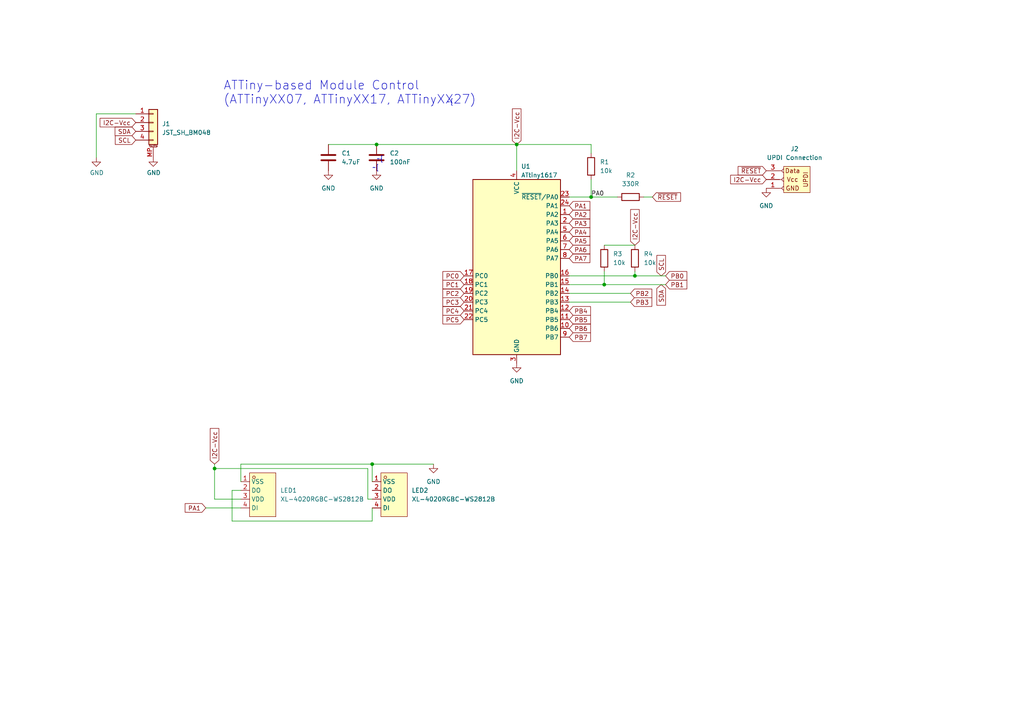
<source format=kicad_sch>
(kicad_sch (version 20211123) (generator eeschema)
  (paper "A4")
  (lib_symbols
    (symbol "Connector_QWIIC_Stackable:QWIIC_Stackable" (pin_names (offset 1.016) hide)
      (property "Reference" "J" (at 0 5.08 0))
      (property "Value" "QWIIC_Stackable" (at 1.27 -7.62 0))
      (symbol "QWIIC_Stackable_1_1"
        (rectangle (start -1.27 -4.953) (end 0 -5.207) (stroke (width 0.1524)))
        (rectangle (start -1.27 -2.413) (end 0 -2.667) (stroke (width 0.1524)))
        (rectangle (start -1.27 0.127) (end 0 -0.127) (stroke (width 0.1524)))
        (rectangle (start -1.27 2.667) (end 0 2.413) (stroke (width 0.1524)))
        (rectangle (start -1.27 3.81) (end 1.27 -6.35) (stroke (width 0.254)) (fill (type background)))
        (polyline (pts (xy -1.016 -7.112) (xy 1.016 -7.112)) (stroke (width 0.1524)))
        (text "Mounting" (at 0 -6.731 0) (effects (font (size 0.381 0.381))))
        (pin passive line (at -5.08 2.54 0) (length 3.81) (name "Pin_1") (number "1"))
        (pin passive line (at -5.08 0 0) (length 3.81) (name "Pin_2") (number "2"))
        (pin passive line (at -5.08 -2.54 0) (length 3.81) (name "Pin_3") (number "3"))
        (pin passive line (at -5.08 -5.08 0) (length 3.81) (name "Pin_4") (number "4"))
        (pin passive line (at 0 -10.16 90) (length 3.048) (name "MountPin") (number "MP"))
      )
    )
    (symbol "Device:C" (pin_numbers hide) (pin_names (offset 0.254))
      (property "Reference" "C" (at 0.635 2.54 0))
      (property "Value" "C" (at 0.635 -2.54 0))
      (symbol "C_0_1"
        (polyline (pts (xy -2.032 -0.762) (xy 2.032 -0.762)) (stroke (width 0.508)))
        (polyline (pts (xy -2.032 0.762) (xy 2.032 0.762)) (stroke (width 0.508)))
      )
      (symbol "C_1_1"
        (pin passive line (at 0 3.81 270) (length 2.794) (name "~") (number "1"))
        (pin passive line (at 0 -3.81 90) (length 2.794) (name "~") (number "2"))
      )
    )
    (symbol "Device:R" (pin_numbers hide) (pin_names (offset 0))
      (property "Reference" "R" (at 2.032 0 90))
      (property "Value" "R" (at 0 0 90))
      (symbol "R_0_1"
        (rectangle (start -1.016 -2.54) (end 1.016 2.54) (stroke (width 0.254)))
      )
      (symbol "R_1_1"
        (pin passive line (at 0 3.81 270) (length 1.27) (name "~") (number "1"))
        (pin passive line (at 0 -3.81 90) (length 1.27) (name "~") (number "2"))
      )
    )
    (symbol "MCU_Microchip_ATtiny:ATtiny817-M"
      (property "Reference" "U" (at -12.7 26.67 0))
      (property "Value" "ATtiny817-M" (at 2.54 -26.67 0))
      (symbol "ATtiny817-M_0_1"
        (rectangle (start -12.7 -25.4) (end 12.7 25.4) (stroke (width 0.254)) (fill (type background)))
      )
      (symbol "ATtiny817-M_1_1"
        (pin bidirectional line (at 15.24 15.24 180) (length 2.54) (name "PA2") (number "1"))
        (pin bidirectional line (at 15.24 -17.78 180) (length 2.54) (name "PB6") (number "10"))
        (pin bidirectional line (at 15.24 -15.24 180) (length 2.54) (name "PB5") (number "11"))
        (pin bidirectional line (at 15.24 -12.7 180) (length 2.54) (name "PB4") (number "12"))
        (pin bidirectional line (at 15.24 -10.16 180) (length 2.54) (name "PB3") (number "13"))
        (pin bidirectional line (at 15.24 -7.62 180) (length 2.54) (name "PB2") (number "14"))
        (pin bidirectional line (at 15.24 -5.08 180) (length 2.54) (name "PB1") (number "15"))
        (pin bidirectional line (at 15.24 -2.54 180) (length 2.54) (name "PB0") (number "16"))
        (pin bidirectional line (at -15.24 -2.54 0) (length 2.54) (name "PC0") (number "17"))
        (pin bidirectional line (at -15.24 -5.08 0) (length 2.54) (name "PC1") (number "18"))
        (pin bidirectional line (at -15.24 -7.62 0) (length 2.54) (name "PC2") (number "19"))
        (pin bidirectional line (at 15.24 12.7 180) (length 2.54) (name "PA3") (number "2"))
        (pin bidirectional line (at -15.24 -10.16 0) (length 2.54) (name "PC3") (number "20"))
        (pin bidirectional line (at -15.24 -12.7 0) (length 2.54) (name "PC4") (number "21"))
        (pin bidirectional line (at -15.24 -15.24 0) (length 2.54) (name "PC5") (number "22"))
        (pin bidirectional line (at 15.24 20.32 180) (length 2.54) (name "~{RESET}/PA0") (number "23"))
        (pin bidirectional line (at 15.24 17.78 180) (length 2.54) (name "PA1") (number "24"))
        (pin passive line (at 0 -27.94 90) (length 2.54) hide (name "GND") (number "25"))
        (pin power_in line (at 0 -27.94 90) (length 2.54) (name "GND") (number "3"))
        (pin power_in line (at 0 27.94 270) (length 2.54) (name "VCC") (number "4"))
        (pin bidirectional line (at 15.24 10.16 180) (length 2.54) (name "PA4") (number "5"))
        (pin bidirectional line (at 15.24 7.62 180) (length 2.54) (name "PA5") (number "6"))
        (pin bidirectional line (at 15.24 5.08 180) (length 2.54) (name "PA6") (number "7"))
        (pin bidirectional line (at 15.24 2.54 180) (length 2.54) (name "PA7") (number "8"))
        (pin bidirectional line (at 15.24 -20.32 180) (length 2.54) (name "PB7") (number "9"))
      )
    )
    (symbol "New_Library:XL-4020RGBC-WS2812B"
      (property "Reference" "LED" (at 0 8.89 0))
      (property "Value" "XL-4020RGBC-WS2812B" (at 0 -8.89 0))
      (symbol "XL-4020RGBC-WS2812B_0_1"
        (rectangle (start -3.81 6.35) (end 3.81 -6.35) (fill (type background)))
        (circle (center -2.54 5.08) (radius 0.38))
        (pin unspecified line (at -6.35 3.81 0) (length 2.54) (name "VSS") (number "1"))
        (pin unspecified line (at -6.35 1.27 0) (length 2.54) (name "DO") (number "2"))
        (pin unspecified line (at -6.35 -1.27 0) (length 2.54) (name "VDD") (number "3"))
        (pin unspecified line (at -6.35 -3.81 0) (length 2.54) (name "DI") (number "4"))
      )
    )
    (symbol "power:GND" (power) (pin_names (offset 0))
      (property "Value" "GND" (at 0 -3.81 0))
      (symbol "GND_0_1"
        (polyline (pts (xy 0 0) (xy 0 -1.27) (xy 1.27 -1.27) (xy 0 -2.54) (xy -1.27 -1.27) (xy 0 -1.27)))
      )
      (symbol "GND_1_1"
        (pin power_in line (at 0 0 270) (length 0) hide (name "GND") (number "1"))
      )
    )
    (symbol "tinker:UPDI Connection" (pin_names (offset 1.016) hide)
      (property "Reference" "J" (at 0 5.08 0))
      (property "Value" "UPDI Connection" (at 0 -5.08 0))
      (symbol "UPDI Connection_0_0"
        (text "Data" (at 2.54 -2.54 0) (effects (font (size 1.27 1.27))))
        (text "GND" (at 2.54 2.54 0) (effects (font (size 1.27 1.27))))
        (text "UPDI" (at 6.35 0 900) (effects (font (size 1.27 1.27))))
        (text "Vcc" (at 2.54 0 0) (effects (font (size 1.27 1.27))))
      )
      (symbol "UPDI Connection_0_1"
        (rectangle (start 7.62 3.81) (end 0 -3.81) (fill (type background)))
      )
      (symbol "UPDI Connection_1_1"
        (arc (start 0 -2.032) (mid -0.508 -2.54) (end 0 -3.048) (stroke (width 0.1524)))
        (polyline (pts (xy -1.27 -2.54) (xy -0.508 -2.54)) (stroke (width 0.1524)))
        (polyline (pts (xy -1.27 0) (xy -0.508 0)) (stroke (width 0.1524)))
        (polyline (pts (xy -1.27 2.54) (xy -0.508 2.54)) (stroke (width 0.1524)))
        (arc (start 0 0.508) (mid -0.508 0) (end 0 -0.508) (stroke (width 0.1524)))
        (arc (start 0 3.048) (mid -0.508 2.54) (end 0 2.032) (stroke (width 0.1524)))
        (pin power_in line (at -5.08 2.54 0) (length 3.81) (name "Pin_1") (number "1"))
        (pin power_in line (at -5.08 0 0) (length 3.81) (name "Pin_2") (number "2"))
        (pin bidirectional line (at -5.08 -2.54 0) (length 3.81) (name "Pin_3") (number "3"))
      )
    )
  )
  (junction (at 184.15 80.01))
  (junction (at 62.23 135.89))
  (junction (at 171.45 57.15))
  (junction (at 175.26 82.55))
  (junction (at 107.95 134.62))
  (junction (at 109.22 41.91))
  (junction (at 149.86 41.91))
  (wire (pts (xy 62.23 144.78) (xy 62.23 135.89)))
  (wire (pts (xy 171.45 52.07) (xy 171.45 57.15)))
  (wire (pts (xy 107.95 151.13) (xy 107.95 147.32)))
  (wire (pts (xy 186.69 57.15) (xy 189.23 57.15)))
  (wire (pts (xy 69.85 134.62) (xy 69.85 139.7)))
  (wire (pts (xy 95.25 41.91) (xy 109.22 41.91)))
  (wire (pts (xy 193.04 82.55) (xy 175.26 82.55)))
  (wire (pts (xy 107.95 139.7) (xy 107.95 134.62)))
  (wire (pts (xy 175.26 71.12) (xy 184.15 71.12)))
  (wire (pts (xy 59.69 147.32) (xy 69.85 147.32)))
  (wire (pts (xy 175.26 78.74) (xy 175.26 82.55)))
  (wire (pts (xy 171.45 57.15) (xy 179.07 57.15)))
  (wire (pts (xy 107.95 144.78) (xy 106.68 144.78)))
  (wire (pts (xy 69.85 134.62) (xy 107.95 134.62)))
  (wire (pts (xy 106.68 144.78) (xy 106.68 135.89)))
  (wire (pts (xy 184.15 78.74) (xy 184.15 80.01)))
  (wire (pts (xy 149.86 41.91) (xy 171.45 41.91)))
  (wire (pts (xy 67.31 142.24) (xy 67.31 151.13)))
  (wire (pts (xy 184.15 80.01) (xy 165.1 80.01)))
  (wire (pts (xy 109.22 41.91) (xy 149.86 41.91)))
  (wire (pts (xy 107.95 134.62) (xy 125.73 134.62)))
  (wire (pts (xy 165.1 57.15) (xy 171.45 57.15)))
  (wire (pts (xy 27.94 33.02) (xy 39.37 33.02)))
  (wire (pts (xy 69.85 142.24) (xy 67.31 142.24)))
  (wire (pts (xy 175.26 82.55) (xy 165.1 82.55)))
  (wire (pts (xy 62.23 135.89) (xy 106.68 135.89)))
  (wire (pts (xy 193.04 80.01) (xy 184.15 80.01)))
  (wire (pts (xy 67.31 151.13) (xy 107.95 151.13)))
  (wire (pts (xy 62.23 135.89) (xy 62.23 134.62)))
  (wire (pts (xy 165.1 85.09) (xy 182.88 85.09)))
  (wire (pts (xy 149.86 41.91) (xy 149.86 49.53)))
  (wire (pts (xy 165.1 87.63) (xy 182.88 87.63)))
  (wire (pts (xy 171.45 41.91) (xy 171.45 44.45)))
  (wire (pts (xy 27.94 45.72) (xy 27.94 33.02)))
  (wire (pts (xy 69.85 144.78) (xy 62.23 144.78)))
  (text "~{" (at 129.54 30.48 0) (effects (font (size 1.27 1.27)) (justify left bottom)))
  (text "~{" (at 109.22 46.99 0) (effects (font (size 1.27 1.27)) (justify left bottom)))
  (text "ATTiny-based Module Control\n(ATTinyXX07, ATTinyXX17, ATTinyXX27)" (at 64.77 30.48 0) (effects (font (size 2.54 2.54)) (justify left bottom)))
  (text "~{" (at 107.95 49.53 0) (effects (font (size 1.27 1.27)) (justify left bottom)))
  (label "PA0" (at 171.45 57.15 0))
  (global_label "PC4" (shape input) (at 134.62 90.17 180) (property "Intersheet References" "${INTERSHEET_REFS}" (effects hide)))
  (global_label "~{RESET}" (shape input) (at 222.25 49.53 180) (property "Intersheet References" "${INTERSHEET_REFS}" (effects hide)))
  (global_label "PA2" (shape input) (at 165.1 62.23 0) (property "Intersheet References" "${INTERSHEET_REFS}" (effects hide)))
  (global_label "PA1" (shape input) (at 165.1 59.69 0) (property "Intersheet References" "${INTERSHEET_REFS}" (effects hide)))
  (global_label "PA6" (shape input) (at 165.1 72.39 0) (property "Intersheet References" "${INTERSHEET_REFS}" (effects hide)))
  (global_label "PA5" (shape input) (at 165.1 69.85 0) (property "Intersheet References" "${INTERSHEET_REFS}" (effects hide)))
  (global_label "PB1" (shape input) (at 193.04 82.55 0) (property "Intersheet References" "${INTERSHEET_REFS}" (effects hide)))
  (global_label "PA3" (shape input) (at 165.1 64.77 0) (property "Intersheet References" "${INTERSHEET_REFS}" (effects hide)))
  (global_label "SDA" (shape input) (at 39.37 38.1 180) (property "Intersheet References" "${INTERSHEET_REFS}" (effects hide)))
  (global_label "PA4" (shape input) (at 165.1 67.31 0) (property "Intersheet References" "${INTERSHEET_REFS}" (effects hide)))
  (global_label "PC0" (shape input) (at 134.62 80.01 180) (property "Intersheet References" "${INTERSHEET_REFS}" (effects hide)))
  (global_label "I2C-Vcc" (shape input) (at 149.86 41.91 90) (property "Intersheet References" "${INTERSHEET_REFS}" (effects hide)))
  (global_label "I2C-Vcc" (shape input) (at 39.37 35.56 180) (property "Intersheet References" "${INTERSHEET_REFS}" (effects hide)))
  (global_label "PB4" (shape input) (at 165.1 90.17 0) (property "Intersheet References" "${INTERSHEET_REFS}" (effects hide)))
  (global_label "PB5" (shape input) (at 165.1 92.71 0) (property "Intersheet References" "${INTERSHEET_REFS}" (effects hide)))
  (global_label "SCL" (shape input) (at 191.77 80.01 90) (property "Intersheet References" "${INTERSHEET_REFS}" (effects hide)))
  (global_label "PB2" (shape input) (at 182.88 85.09 0) (property "Intersheet References" "${INTERSHEET_REFS}" (effects hide)))
  (global_label "PB0" (shape input) (at 193.04 80.01 0) (property "Intersheet References" "${INTERSHEET_REFS}" (effects hide)))
  (global_label "PB3" (shape input) (at 182.88 87.63 0) (property "Intersheet References" "${INTERSHEET_REFS}" (effects hide)))
  (global_label "PB6" (shape input) (at 165.1 95.25 0) (property "Intersheet References" "${INTERSHEET_REFS}" (effects hide)))
  (global_label "PA1" (shape input) (at 59.69 147.32 180) (property "Intersheet References" "${INTERSHEET_REFS}" (effects hide)))
  (global_label "PC5" (shape input) (at 134.62 92.71 180) (property "Intersheet References" "${INTERSHEET_REFS}" (effects hide)))
  (global_label "SDA" (shape input) (at 191.77 82.55 270) (property "Intersheet References" "${INTERSHEET_REFS}" (effects hide)))
  (global_label "PC1" (shape input) (at 134.62 82.55 180) (property "Intersheet References" "${INTERSHEET_REFS}" (effects hide)))
  (global_label "PC2" (shape input) (at 134.62 85.09 180) (property "Intersheet References" "${INTERSHEET_REFS}" (effects hide)))
  (global_label "PA7" (shape input) (at 165.1 74.93 0) (property "Intersheet References" "${INTERSHEET_REFS}" (effects hide)))
  (global_label "I2C-Vcc" (shape input) (at 222.25 52.07 180) (property "Intersheet References" "${INTERSHEET_REFS}" (effects hide)))
  (global_label "I2C-Vcc" (shape input) (at 184.15 71.12 90) (property "Intersheet References" "${INTERSHEET_REFS}" (effects hide)))
  (global_label "PB7" (shape input) (at 165.1 97.79 0) (property "Intersheet References" "${INTERSHEET_REFS}" (effects hide)))
  (global_label "PC3" (shape input) (at 134.62 87.63 180) (property "Intersheet References" "${INTERSHEET_REFS}" (effects hide)))
  (global_label "~{RESET}" (shape input) (at 189.23 57.15 0) (property "Intersheet References" "${INTERSHEET_REFS}" (effects hide)))
  (global_label "SCL" (shape input) (at 39.37 40.64 180) (property "Intersheet References" "${INTERSHEET_REFS}" (effects hide)))
  (global_label "I2C-Vcc" (shape input) (at 62.23 134.62 90) (property "Intersheet References" "${INTERSHEET_REFS}" (effects hide)))
  (symbol (lib_id "Device:C") (at 109.22 45.72 0) (unit 1)
    (property "Reference" "C2" (at 113.03 44.4499 0) (effects (justify left)))
    (property "Value" "100nF" (at 113.03 46.9899 0) (effects (justify left)))
    (property "Footprint" "Capacitor_SMD:C_0603_1608Metric" (effects hide))
    (property "LCSC" "C14663" (effects hide))
  )
  (symbol (lib_id "power:GND") (at 44.45 45.72 0) (unit 1)
    (property "Reference" "#PWR0101" (effects hide))
    (property "Value" "GND" (at 44.577 50.1142 0))
  )
  (symbol (lib_id "Device:C") (at 95.25 45.72 0) (unit 1)
    (property "Reference" "C1" (at 99.06 44.4499 0) (effects (justify left)))
    (property "Value" "4.7uF" (at 99.06 46.9899 0) (effects (justify left)))
    (property "Footprint" "Capacitor_SMD:C_0805_2012Metric" (effects hide))
    (property "LCSC" "C107153" (effects hide))
  )
  (symbol (lib_id "New_Library:XL-4020RGBC-WS2812B") (at 76.2 143.51 0) (unit 1)
    (property "Reference" "LED1" (at 81.28 142.2399 0) (effects (justify left)))
    (property "Value" "XL-4020RGBC-WS2812B" (at 81.28 144.7799 0) (effects (justify left)))
    (property "Footprint" "tinker:LED-SMD_4P-L4.0-W1.7_XL-4020RGBC-WS2812B" (effects hide))
    (property "LCSC Part" "C3647024" (effects hide))
  )
  (symbol (lib_id "MCU_Microchip_ATtiny:ATtiny817-M") (at 149.86 77.47 0) (unit 1)
    (property "Reference" "U1" (at 151.13 48.26 0) (effects (justify left)))
    (property "Value" "ATtiny1617" (at 151.13 50.8 0) (effects (justify left)))
    (property "Footprint" "Package_DFN_QFN:QFN-24-1EP_4x4mm_P0.5mm_EP2.6x2.6mm" (effects hide))
    (property "Datasheet" "http://ww1.microchip.com/downloads/en/DeviceDoc/40001901B.pdf" (effects hide))
    (property "LCSC" "C1340514" (effects hide))
  )
  (symbol (lib_id "New_Library:XL-4020RGBC-WS2812B") (at 114.3 143.51 0) (unit 1)
    (property "Reference" "LED2" (at 119.38 142.2399 0) (effects (justify left)))
    (property "Value" "XL-4020RGBC-WS2812B" (at 119.38 144.7799 0) (effects (justify left)))
    (property "Footprint" "tinker:LED-SMD_4P-L4.0-W1.7_XL-4020RGBC-WS2812B" (effects hide))
    (property "LCSC Part" "C3647024" (effects hide))
  )
  (symbol (lib_id "Device:R") (at 171.45 48.26 0) (unit 1)
    (property "Reference" "R1" (at 173.99 46.9899 0) (effects (justify left)))
    (property "Value" "10k" (at 173.99 49.5299 0) (effects (justify left)))
    (property "Footprint" "Resistor_SMD:R_0603_1608Metric" (effects hide))
    (property "LCSC" "C25804" (effects hide))
  )
  (symbol (lib_id "power:GND") (at 27.94 45.72 0) (unit 1)
    (property "Reference" "#PWR0102" (effects hide))
    (property "Value" "GND" (at 28.067 50.1142 0))
  )
  (symbol (lib_id "power:GND") (at 149.86 105.41 0) (unit 1)
    (property "Reference" "#PWR0105" (effects hide))
    (property "Value" "GND" (at 149.86 110.49 0))
  )
  (symbol (lib_id "Device:R") (at 175.26 74.93 0) (unit 1)
    (property "Reference" "R3" (at 177.8 73.6599 0) (effects (justify left)))
    (property "Value" "10k" (at 177.8 76.1999 0) (effects (justify left)))
    (property "Footprint" "Resistor_SMD:R_0603_1608Metric" (effects hide))
    (property "LCSC" "C25804" (effects hide))
  )
  (symbol (lib_id "Device:R") (at 184.15 74.93 0) (unit 1)
    (property "Reference" "R4" (at 186.69 73.6599 0) (effects (justify left)))
    (property "Value" "10k" (at 186.69 76.1999 0) (effects (justify left)))
    (property "Footprint" "Resistor_SMD:R_0603_1608Metric" (effects hide))
    (property "LCSC" "C25804" (effects hide))
  )
  (symbol (lib_id "power:GND") (at 222.25 54.61 0) (unit 1)
    (property "Reference" "#PWR0106" (effects hide))
    (property "Value" "GND" (at 222.25 59.69 0))
  )
  (symbol (lib_id "Connector_QWIIC_Stackable:QWIIC_Stackable") (at 44.45 35.56 0) (unit 1)
    (property "Reference" "J1" (at 46.99 35.9155 0) (effects (justify left)))
    (property "Value" "JST_SH_BM048" (at 46.99 38.4555 0) (effects (justify left)))
    (property "Footprint" "Connector_JST:JST_SH_SM04B-SRSS-TB_1x04-1MP_P1.00mm_Horizontal" (effects hide))
    (property "LCSC" "C145961" (effects hide))
  )
  (symbol (lib_id "power:GND") (at 125.73 134.62 0) (unit 1)
    (property "Reference" "#PWR0108" (effects hide))
    (property "Value" "GND" (at 125.73 139.7 0))
  )
  (symbol (lib_id "Device:R") (at 182.88 57.15 90) (unit 1)
    (property "Reference" "R2" (at 182.88 50.8 90))
    (property "Value" "330R" (at 182.88 53.34 90))
    (property "Footprint" "Resistor_SMD:R_0603_1608Metric" (effects hide))
    (property "LCSC" "C23138" (effects hide))
  )
  (symbol (lib_id "tinker:UPDI Connection") (at 227.33 52.07 0) (mirror x) (unit 1) (in_bom no)
    (property "Reference" "J2" (at 230.4669 43.18 0))
    (property "Value" "UPDI Connection" (at 230.4669 45.72 0))
    (property "Footprint" "tinker:UPDI_connection" (effects hide))
  )
  (symbol (lib_id "power:GND") (at 109.22 49.53 0) (unit 1)
    (property "Reference" "#PWR0103" (effects hide))
    (property "Value" "GND" (at 109.22 54.61 0))
  )
  (symbol (lib_id "power:GND") (at 95.25 49.53 0) (unit 1)
    (property "Reference" "#PWR0104" (effects hide))
    (property "Value" "GND" (at 95.25 54.61 0))
  )
)
</source>
